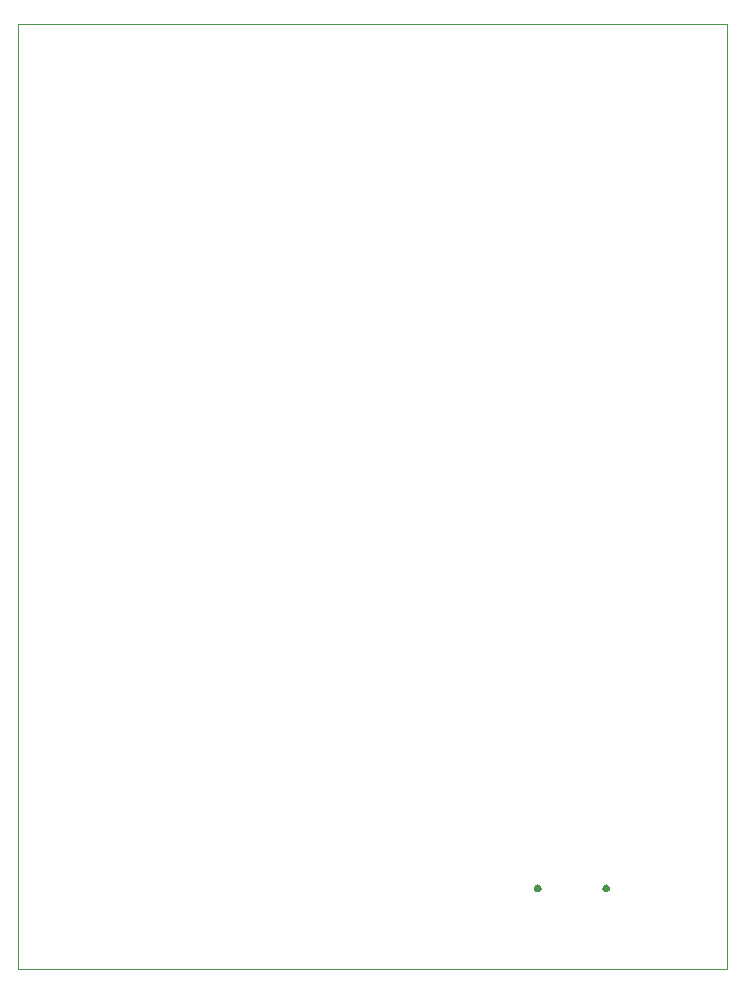
<source format=gbr>
%TF.GenerationSoftware,KiCad,Pcbnew,9.0.0*%
%TF.CreationDate,2025-03-28T03:41:13+02:00*%
%TF.ProjectId,Power_Board_3088F,506f7765-725f-4426-9f61-72645f333038,V0*%
%TF.SameCoordinates,Original*%
%TF.FileFunction,Profile,NP*%
%FSLAX46Y46*%
G04 Gerber Fmt 4.6, Leading zero omitted, Abs format (unit mm)*
G04 Created by KiCad (PCBNEW 9.0.0) date 2025-03-28 03:41:13*
%MOMM*%
%LPD*%
G01*
G04 APERTURE LIST*
%TA.AperFunction,Profile*%
%ADD10C,0.050000*%
%TD*%
%TA.AperFunction,Profile*%
%ADD11C,0.000000*%
%TD*%
G04 APERTURE END LIST*
D10*
X145000000Y-104000000D02*
X95000000Y-104000000D01*
X150000000Y-29000000D02*
X150000000Y-99000000D01*
X145000000Y-24000000D02*
X95000000Y-24000000D01*
X95000000Y-24000000D02*
X145000000Y-24000000D01*
X90000000Y-99000000D02*
X90000000Y-29000000D01*
X90000000Y-24000000D02*
X150000000Y-24000000D01*
X150000000Y-104000000D01*
X90000000Y-104000000D01*
X90000000Y-24000000D01*
D11*
%TA.AperFunction,Profile*%
%TO.C,U4*%
G36*
X134124372Y-96851239D02*
G01*
X134197847Y-96893660D01*
X134257840Y-96953653D01*
X134300261Y-97027128D01*
X134322220Y-97109079D01*
X134322220Y-97193921D01*
X134300261Y-97275872D01*
X134257840Y-97349347D01*
X134197847Y-97409340D01*
X134124372Y-97451761D01*
X134042421Y-97473720D01*
X133957579Y-97473720D01*
X133875628Y-97451761D01*
X133802153Y-97409340D01*
X133742160Y-97349347D01*
X133699739Y-97275872D01*
X133677780Y-97193921D01*
X133677780Y-97109079D01*
X133699739Y-97027128D01*
X133742160Y-96953653D01*
X133802153Y-96893660D01*
X133875628Y-96851239D01*
X133957579Y-96829280D01*
X134042421Y-96829280D01*
X134124372Y-96851239D01*
G37*
%TD.AperFunction*%
%TA.AperFunction,Profile*%
G36*
X139914372Y-96851239D02*
G01*
X139987847Y-96893660D01*
X140047840Y-96953653D01*
X140090261Y-97027128D01*
X140112220Y-97109079D01*
X140112220Y-97193921D01*
X140090261Y-97275872D01*
X140047840Y-97349347D01*
X139987847Y-97409340D01*
X139914372Y-97451761D01*
X139832421Y-97473720D01*
X139747579Y-97473720D01*
X139665628Y-97451761D01*
X139592153Y-97409340D01*
X139532160Y-97349347D01*
X139489739Y-97275872D01*
X139467780Y-97193921D01*
X139467780Y-97109079D01*
X139489739Y-97027128D01*
X139532160Y-96953653D01*
X139592153Y-96893660D01*
X139665628Y-96851239D01*
X139747579Y-96829280D01*
X139832421Y-96829280D01*
X139914372Y-96851239D01*
G37*
%TD.AperFunction*%
%TD*%
M02*

</source>
